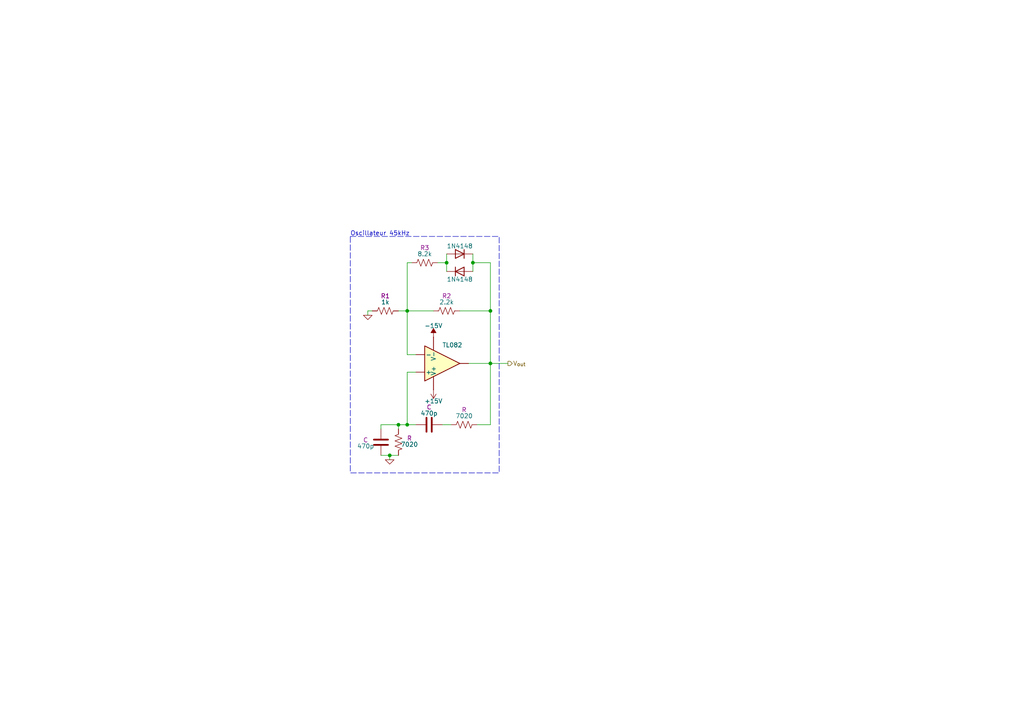
<source format=kicad_sch>
(kicad_sch (version 20250114) (generator "eeschema") (generator_version "9.0")
  (paper "A4")
  (title_block (title "Oscillateur (porteuse)"))
  (lib_symbols
    (symbol "Device:C" (pin_numbers (hide yes)) (pin_names (offset 0.254))
      (property "Reference" "C" (at 0.635 2.54 0))
      (property "Value" "C" (at 0.635 -2.54 0))
      (symbol "C_0_1"
        (polyline (pts (xy -2.032 0.762) (xy 2.032 0.762)) (stroke (width 0.508)))
        (polyline (pts (xy -2.032 -0.762) (xy 2.032 -0.762)) (stroke (width 0.508)))
      )
      (symbol "C_1_1"
        (pin passive line (at 0 3.81 270) (length 2.794) (name "~") (number "1"))
        (pin passive line (at 0 -3.81 90) (length 2.794) (name "~") (number "2"))
      )
    )
    (symbol "Device:D" (pin_numbers (hide yes)) (pin_names (offset 1.016) (hide yes))
      (property "Reference" "D" (at 0 2.54 0))
      (property "Value" "D" (at 0 -2.54 0))
      (symbol "D_0_1"
        (polyline (pts (xy -1.27 1.27) (xy -1.27 -1.27)) (stroke (width 0.254)))
        (polyline (pts (xy 1.27 1.27) (xy 1.27 -1.27) (xy -1.27 0) (xy 1.27 1.27)) (stroke (width 0.254)))
        (polyline (pts (xy 1.27 0) (xy -1.27 0)))
      )
      (symbol "D_1_1"
        (pin passive line (at -3.81 0 0) (length 2.54) (name "K") (number "1"))
        (pin passive line (at 3.81 0 180) (length 2.54) (name "A") (number "2"))
      )
    )
    (symbol "Device:R_US" (pin_numbers (hide yes)) (pin_names (offset 0))
      (property "Reference" "R" (at 2.54 0 90))
      (property "Value" "R_US" (at -2.54 0 90))
      (symbol "R_US_0_1"
        (polyline (pts (xy 0 2.286) (xy 0 2.54)))
        (polyline (pts (xy 0 2.286) (xy 1.016 1.905) (xy 0 1.524) (xy -1.016 1.143) (xy 0 0.762)))
        (polyline (pts (xy 0 0.762) (xy 1.016 0.381) (xy 0 0) (xy -1.016 -0.381) (xy 0 -0.762)))
        (polyline (pts (xy 0 -0.762) (xy 1.016 -1.143) (xy 0 -1.524) (xy -1.016 -1.905) (xy 0 -2.286)))
        (polyline (pts (xy 0 -2.286) (xy 0 -2.54)))
      )
      (symbol "R_US_1_1"
        (pin passive line (at 0 3.81 270) (length 1.27) (name "~") (number "1"))
        (pin passive line (at 0 -3.81 90) (length 1.27) (name "~") (number "2"))
      )
    )
    (symbol "Simulation_SPICE:0" (power) (pin_numbers (hide yes)) (pin_names (offset 0) (hide yes))
      (property "Value" "0" (at 0 -2.54 0))
      (symbol "0_0_1"
        (polyline (pts (xy -1.27 0) (xy 0 -1.27) (xy 1.27 0) (xy -1.27 0)))
      )
      (symbol "0_1_1"
        (pin power_in line (at 0 0 0) (length 0) (name "~") (number "1"))
      )
    )
    (symbol "Simulation_SPICE:OPAMP" (pin_numbers (hide yes)) (pin_names (offset 0.254))
      (property "Reference" "U" (at 3.81 3.175 0))
      (property "Value" "${SIM.PARAMS}" (at 3.81 -3.175 0))
      (symbol "OPAMP_0_1"
        (polyline (pts (xy 5.08 0) (xy -5.08 5.08) (xy -5.08 -5.08) (xy 5.08 0)) (stroke (width 0.254)) (fill (type background)))
      )
      (symbol "OPAMP_1_1"
        (pin input line (at -7.62 2.54 0) (length 2.54) (name "+") (number "1"))
        (pin input line (at -7.62 -2.54 0) (length 2.54) (name "-") (number "2"))
        (pin power_in line (at -2.54 7.62 270) (length 3.81) (name "V+") (number "3"))
        (pin power_in line (at -2.54 -7.62 90) (length 3.81) (name "V-") (number "4"))
        (pin output line (at 7.62 0 180) (length 2.54) (name "~") (number "5"))
      )
    )
    (symbol "power:+15V" (power) (pin_numbers (hide yes)) (pin_names (offset 0) (hide yes))
      (property "Value" "+15V" (at 0 3.556 0))
      (symbol "+15V_0_1"
        (polyline (pts (xy -0.762 1.27) (xy 0 2.54)))
        (polyline (pts (xy 0 2.54) (xy 0.762 1.27)))
        (polyline (pts (xy 0 0) (xy 0 2.54)))
      )
      (symbol "+15V_1_1"
        (pin power_in line (at 0 0 90) (length 0) (name "~") (number "1"))
      )
    )
    (symbol "power:-15V" (power) (pin_numbers (hide yes)) (pin_names (offset 0) (hide yes))
      (property "Value" "-15V" (at 0 3.556 0))
      (symbol "-15V_0_0"
        (pin power_in line (at 0 0 90) (length 0) (name "~") (number "1"))
      )
      (symbol "-15V_0_1"
        (polyline (pts (xy 0 0) (xy 0 1.27) (xy 0.762 1.27) (xy 0 2.54) (xy -0.762 1.27) (xy 0 1.27)) (fill (type outline)))
      )
    )
  )
  (rectangle (start 101.6 68.58) (end 144.78 137.16) (stroke (width 0) (type dash)))
  (text "Oscillateur 45kHz" (at 101.6 68.58 0) (effects (font (size 1.27 1.27)) (justify left bottom)))
  (junction (at 118.11 90.17))
  (junction (at 113.03 132.08))
  (junction (at 115.57 123.19))
  (junction (at 137.16 76.2))
  (junction (at 118.11 123.19))
  (junction (at 129.54 76.2))
  (junction (at 142.24 90.17))
  (junction (at 142.24 105.41))
  (wire (pts (xy 119.38 76.2) (xy 118.11 76.2)))
  (wire (pts (xy 142.24 105.41) (xy 147.32 105.41)))
  (wire (pts (xy 115.57 123.19) (xy 118.11 123.19)))
  (wire (pts (xy 118.11 90.17) (xy 118.11 102.87)))
  (wire (pts (xy 106.68 90.17) (xy 106.68 91.44)))
  (wire (pts (xy 115.57 123.19) (xy 115.57 124.46)))
  (wire (pts (xy 120.65 102.87) (xy 118.11 102.87)))
  (wire (pts (xy 118.11 107.95) (xy 118.11 123.19)))
  (wire (pts (xy 110.49 123.19) (xy 115.57 123.19)))
  (wire (pts (xy 137.16 76.2) (xy 137.16 78.74)))
  (wire (pts (xy 133.35 90.17) (xy 142.24 90.17)))
  (wire (pts (xy 110.49 123.19) (xy 110.49 124.46)))
  (wire (pts (xy 127 76.2) (xy 129.54 76.2)))
  (wire (pts (xy 142.24 76.2) (xy 142.24 90.17)))
  (wire (pts (xy 113.03 132.08) (xy 113.03 133.35)))
  (wire (pts (xy 129.54 76.2) (xy 129.54 73.66)))
  (wire (pts (xy 118.11 90.17) (xy 125.73 90.17)))
  (wire (pts (xy 118.11 90.17) (xy 115.57 90.17)))
  (wire (pts (xy 142.24 123.19) (xy 142.24 105.41)))
  (wire (pts (xy 106.68 90.17) (xy 107.95 90.17)))
  (wire (pts (xy 129.54 76.2) (xy 129.54 78.74)))
  (wire (pts (xy 128.27 123.19) (xy 130.81 123.19)))
  (wire (pts (xy 113.03 132.08) (xy 115.57 132.08)))
  (wire (pts (xy 120.65 107.95) (xy 118.11 107.95)))
  (wire (pts (xy 110.49 132.08) (xy 113.03 132.08)))
  (wire (pts (xy 118.11 76.2) (xy 118.11 90.17)))
  (wire (pts (xy 142.24 105.41) (xy 135.89 105.41)))
  (wire (pts (xy 118.11 123.19) (xy 120.65 123.19)))
  (wire (pts (xy 137.16 76.2) (xy 142.24 76.2)))
  (wire (pts (xy 137.16 73.66) (xy 137.16 76.2)))
  (wire (pts (xy 138.43 123.19) (xy 142.24 123.19)))
  (wire (pts (xy 142.24 90.17) (xy 142.24 105.41)))
  (hierarchical_label "V_{out}" (shape output) (at 147.32 105.41 0))
  (symbol (lib_id "Device:R_US") (at 134.62 123.19 270) (unit 1)
    (property "Reference" "R53" (effects (hide yes)))
    (property "Value" "7020" (at 134.62 120.65 90))
    (property "Description" "Resistor, US symbol" (effects (hide yes)))
    (property "Ref.Alt" "R" (at 134.62 118.872 90))
  )
  (symbol (lib_id "Device:R_US") (at 115.57 128.27 0) (mirror y) (unit 1)
    (property "Reference" "R54" (effects (hide yes)))
    (property "Value" "7020" (at 118.745 128.905 0))
    (property "Description" "Resistor, US symbol" (effects (hide yes)))
    (property "Ref.Alt" "R" (at 118.745 127.127 0))
  )
  (symbol (lib_id "Device:C") (at 124.46 123.19 90) (unit 1)
    (property "Reference" "C18" (effects (hide yes)))
    (property "Value" "470p" (at 124.46 119.888 90))
    (property "Description" "Unpolarized capacitor" (effects (hide yes)))
    (property "Ref.Alt" "C" (at 124.46 118.11 90))
  )
  (symbol (lib_id "Device:R_US") (at 123.19 76.2 270) (unit 1)
    (property "Reference" "R52" (effects (hide yes)))
    (property "Value" "8.2k" (at 123.19 73.66 90))
    (property "Description" "Resistor, US symbol" (effects (hide yes)))
    (property "Ref.Alt" "R3" (at 123.19 71.882 90))
  )
  (symbol (lib_id "Device:R_US") (at 129.54 90.17 270) (unit 1)
    (property "Reference" "R51" (effects (hide yes)))
    (property "Value" "2.2k" (at 129.54 87.63 90))
    (property "Description" "Resistor, US symbol" (effects (hide yes)))
    (property "Ref.Alt" "R2" (at 129.54 85.852 90))
  )
  (symbol (lib_id "power:+15V") (at 125.73 113.03 180) (unit 1)
    (property "Reference" "#PWR045" (effects (hide yes)))
    (property "Value" "+15V" (at 125.73 116.332 0))
    (property "Description" "Power symbol creates a global label with name \"+15V\"" (effects (hide yes)))
  )
  (symbol (lib_id "Simulation_SPICE:0") (at 113.03 133.35 0) (unit 1)
    (property "Reference" "#GND030" (effects (hide yes)))
    (property "Value" "0" (effects (hide yes)))
    (property "Datasheet" "https://ngspice.sourceforge.io/docs/ngspice-html-manual/manual.xhtml#subsec_Circuit_elements__device" (effects (hide yes)))
    (property "Description" "0V reference potential for simulation" (effects (hide yes)))
  )
  (symbol (lib_id "power:-15V") (at 125.73 97.79 0) (unit 1)
    (property "Reference" "#PWR044" (effects (hide yes)))
    (property "Value" "-15V" (at 125.73 94.488 0))
    (property "Description" "Power symbol creates a global label with name \"-15V\"" (effects (hide yes)))
  )
  (symbol (lib_id "Simulation_SPICE:0") (at 106.68 91.44 0) (unit 1)
    (property "Reference" "#GND029" (effects (hide yes)))
    (property "Value" "0" (effects (hide yes)))
    (property "Datasheet" "https://ngspice.sourceforge.io/docs/ngspice-html-manual/manual.xhtml#subsec_Circuit_elements__device" (effects (hide yes)))
    (property "Description" "0V reference potential for simulation" (effects (hide yes)))
  )
  (symbol (lib_id "Device:D") (at 133.35 78.74 0) (mirror x) (unit 1)
    (property "Reference" "D4" (effects (hide yes)))
    (property "Value" "1N4148" (at 133.35 81.026 0))
    (property "Description" "Diode" (effects (hide yes)))
    (property "Sim.Library" "1N4148.mod" (effects (hide yes)))
    (property "Sim.Device" "D" (effects (hide yes)))
    (property "Sim.Pins" "1=K 2=A" (effects (hide yes)))
    (property "Sim.Name" "D1N4148" (effects (hide yes)))
  )
  (symbol (lib_id "Device:D") (at 133.35 73.66 0) (mirror y) (unit 1)
    (property "Reference" "D3" (effects (hide yes)))
    (property "Value" "1N4148" (at 133.35 71.374 0))
    (property "Description" "Diode" (effects (hide yes)))
    (property "Sim.Library" "1N4148.mod" (effects (hide yes)))
    (property "Sim.Device" "D" (effects (hide yes)))
    (property "Sim.Pins" "1=K 2=A" (effects (hide yes)))
    (property "Sim.Name" "D1N4148" (effects (hide yes)))
  )
  (symbol (lib_id "Simulation_SPICE:OPAMP") (at 128.27 105.41 0) (mirror x) (unit 1)
    (property "Reference" "U21" (effects (hide yes)))
    (property "Value" "TL082" (at 128.27 100.076 0) (effects (justify left)))
    (property "Datasheet" "https://ngspice.sourceforge.io/docs/ngspice-html-manual/manual.xhtml#sec__SUBCKT_Subcircuits" (effects (hide yes)))
    (property "Description" "Operational amplifier, single" (effects (hide yes)))
    (property "Sim.Pins" "1=1 2=2 3=3 4=4 5=5" (effects (hide yes)))
    (property "Sim.Device" "SUBCKT" (effects (hide yes)))
    (property "Sim.Library" "TL082.MOD" (effects (hide yes)))
    (property "Sim.Name" "TL082" (effects (hide yes)))
  )
  (symbol (lib_id "Device:R_US") (at 111.76 90.17 270) (unit 1)
    (property "Reference" "R50" (effects (hide yes)))
    (property "Value" "1k" (at 111.76 87.63 90))
    (property "Description" "Resistor, US symbol" (effects (hide yes)))
    (property "Ref.Alt" "R1" (at 111.76 85.852 90))
  )
  (symbol (lib_id "Device:C") (at 110.49 128.27 180) (unit 1)
    (property "Reference" "C19" (effects (hide yes)))
    (property "Value" "470p" (at 106.045 129.413 0))
    (property "Description" "Unpolarized capacitor" (effects (hide yes)))
    (property "Ref.Alt" "C" (at 106.045 127.635 0))
  )
)
</source>
